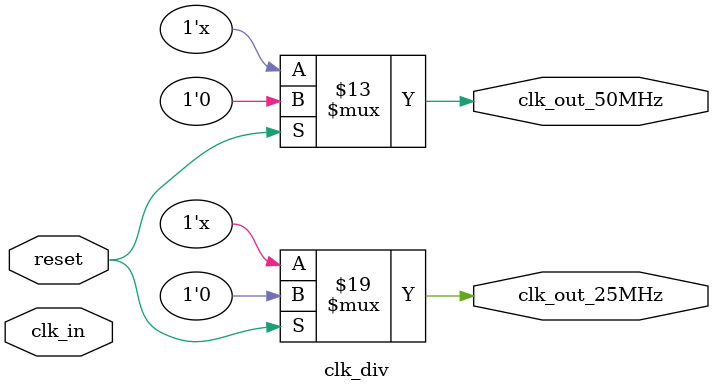
<source format=v>
/*
 * Copyright (c) 2024 Tiny Tapeout LTD
 * SPDX-License-Identifier: Apache-2.0
 * Authors: James Ashie Kotey, Bowen Shi, Anubhav Avinash, Kwashie Andoh,
 * Abdulatif Babli, K Arjunav, Cameron Brizland
 * Adapted from Logo.v by Uri Shaked
 */

// top module
//TT Pinout (standard for TT projects - can't change this)


module tt_um_tiny_tapestation (

    input  wire [7:0] ui_in,    // Dedicated inputs
    output wire [7:0] uo_out,   // Dedicated outputs
    input  wire [7:0] uio_in,   // IOs: Input path
    output wire [7:0] uio_out,  // IOs: Output path
    output wire [7:0] uio_oe,   // IOs: Enable path (active high: 0=input, 1=output)
    // input  wire       ena,      // always 1 when the design is powered, so can ignore it
    input  wire       clk,      // clock (100MHz FPGA in)
    input  wire       rst_n     // reset_n - low to reset
);

    //clock signals
    wire system_clk_50MHz; // 50Mhz
    wire pixel_clk_25MHz;  // 25Mhz

    //display signals
    wire hsync;
    wire vsync;
    reg [1:0] R;
    reg [1:0] G;
    reg [1:0] B;
    wire video_active;
    wire [9:0] pix_x;
    wire [9:0] pix_y;

    //timing signals
    wire pixel_value;
    wire frame_end;

    // Interface signals between input modules
    wire data_line;
    wire nes_latch;
    wire nes_clk;

    // Output signals from nesReciver
    wire A_out;
    wire B_out;
    wire select_out;
    wire start_out;
    wire up_out;
    wire down_out;
    wire left_out;
    wire right_out;

    // TODO - input = ui_in, output = nes Reciver
    GamepadEmulator nesPad (
        .clk(system_clk_50MHz), // System clock
        .reset(~rst_n), // Reset signal
        .a_button(ui_in[0]), // A button
        .b_button(ui_in[1]), // B button
        .select_button(ui_in[2]), // Select button
        .start_button(ui_in[3]), // Start button
        .up_button(ui_in[4]), // Up button
        .down_button(ui_in[5]), // Down button
        .left_button(ui_in[6]), // Left button
        .right_button(ui_in[7]), // Right button
        .data(data_line)
    );

    // TODO - setup the system and pass through to the input controller - input nes clk??
    InputReceiver nesReciver (
        .clk(system_clk_50MHz),
        .reset(~rst_n),
        .data(data_line),
        .latch(nes_latch),
        .nes_clk(nes_clk),
        .A(A_out),
        .B(B_out),
        .select(select_out),
        .start(start_out),
        .up(up_out),
        .down(down_out),
        .left(left_out),
        .right(right_out)
    );

    // input signals
    wire [4:0] input_data; // register to hold the 5 possible player actions

    // TODO - set this up
    InputBuffer ic(
        .reset(frame_end),
        .up(up_out),          // change this
        .down(down_out),
        .left(left_out),
        .right(right_out),
        .attack(A_out),
        .control_state(input_data)
    );

    //player logic
    wire [7:0] player_pos;   // player position xxxx_yyyy
    // orientation and direction: 00 - up, 01 - right, 10 - down, 11 - left
    wire [1:0] player_orientation;   // player orientation
    wire [1:0] player_direction;   // player direction
    wire [3:0] player_sprite;

    wire [7:0] sword_position; // sword position xxxx_yyyy
    wire [3:0] sword_visible;
    wire [1:0] sword_orientation;   // sword orientation

    PlayerLogic playerLogic(
        .clk(pixel_clk_25MHz),
        .reset(~rst_n),
        .input_data(input_data),
        .frame_end(frame_end),
        .player_pos(player_pos),
        .player_orientation(player_orientation),
        .player_direction(player_direction),
        .player_sprite(player_sprite),

        .sword_position(sword_position),
        .sword_visible(sword_visible),
        .sword_orientation(sword_orientation)
    );

    // Frame Control Unit
    wire [9:0]   Dragon_1 ;
    wire [9:0]   Dragon_2 ;
    wire [9:0]   Dragon_3 ;
    wire [9:0]   Dragon_4 ;
    wire [9:0]   Dragon_5 ;
    wire [9:0]   Dragon_6 ;
    wire [9:0]   Dragon_7 ;

    wire [6:0] Display_en;

    PictureProcessingUnit ppu (

        .clk_in                  (pixel_clk_25MHz),
        .reset                   (~rst_n),
        .entity_1                ({player_sprite, player_orientation , player_pos}),   //player
        .entity_2                ({sword_visible, sword_orientation, sword_position}), //sword
        .entity_3                (14'b1111_11_0101_0000), // entity input form: ([13:10] entity ID, [9:8] Orientation, [7:0] Location(tile)).
        .entity_4                (14'b1111_11_0110_0000),
        .entity_5                (14'b1111_11_0110_0000),
        .entity_6                (14'b1111_11_1111_1111),
        .entity_7_Array          (18'b1111_01_1010_0000_0111),
        .entity_8_Flip           (14'b1111_11_1111_1111),
        .dragon_1({~Display_en[0],4'b0110,Dragon_1}), 
        .dragon_2({~Display_en[1],4'b0100,Dragon_2}),  //Dragon Body entity slot structure: ([15] Enable, [13:10] entity ID, [9:8] Orientation, [7:0] Location(tile)).
        .dragon_3({~Display_en[2],4'b0100,Dragon_3}),  //Set the entity ID to 4'hf for unused channels.
        .dragon_4({~Display_en[3],4'b0100,Dragon_4}),
        .dragon_5({~Display_en[4],4'b0100,Dragon_5}),
        .dragon_6({~Display_en[5],4'b0100,Dragon_6}),
        .dragon_7({~Display_en[6],4'b0100,Dragon_7}),
        .counter_V               (pix_y),
        .counter_H               (pix_x),

        .colour                  (pixel_value)
    );

    // CLKWIZ for dividing

    // 100MHZ -> 25MHz 
    // 100MHz -> 50MHz


    Clk_Div clk_div // defined in Vivado - ignore error.
    (
     .clk_in1(clk),      // input clk_in1
     .reset(~rst_n),           // input reset
     .pixel_clk_25MHz(pixel_clk_25MHz),     // output pixel_clk_25MHz
     .system_clk_50MHz(system_clk_50MHz)     // output system_clk_50MHz
    );


    // synchronisation unit

    SyncGenerator syncGen (
        .clk(pixel_clk_25MHz),
        .reset(~rst_n),
        .hsync(hsync),
        .vsync(vsync),
        .display_on(video_active),
        .screen_hpos(pix_x),
        .screen_vpos(pix_y),
        .frame_end(frame_end)
    );

    //dragon logic 
    wire [1:0] dragon_direction;
    wire [7:0] dragon_position;
    wire [5:0] movement_delay_counter;

    DragonHead dragonHead( 
        .clk(pixel_clk_25MHz),
        .reset(~rst_n),
        .player_pos(player_pos),
    
        .vsync(vsync),

        .dragon_direction(dragon_direction),
        .dragon_pos(dragon_position),
        .movement_counter(movement_delay_counter)// Counter for delaying dragon's movement otherwise sticks to player
    );


    DragonBody dragonBody(
        .clk(pixel_clk_25MHz),
        .reset(~rst_n),
        .States(2'b01),
        .OrienAndPositon({dragon_direction,dragon_position}),
        .movement_counter(movement_delay_counter),
        .vsync(vsync),

        .Dragon_1(Dragon_1),
        .Dragon_2(Dragon_2),
        .Dragon_3(Dragon_3),
        .Dragon_4(Dragon_4),
        .Dragon_5(Dragon_5),
        .Dragon_6(Dragon_6),
        .Dragon_7(Dragon_7),

        .Display_en(Display_en)
    );

    // display logic
    always @(posedge pixel_clk_25MHz) begin
        if (~rst_n) begin
        R <= 0;
        G <= 0;
        B <= 0;
        end else begin

        if (video_active) begin // display output color from Frame controller unit

            if (player_direction == 0) begin // up

                R <= pixel_value ? 2'b11 : 2'b11;
                G <= pixel_value ? 2'b11 : 0;
                B <= pixel_value ? 2'b11 : 0;

            end

            if (player_direction == 1) begin // right

                R <= pixel_value ? 2'b11 : 0;
                G <= pixel_value ? 2'b11 : 2'b11;
                B <= pixel_value ? 2'b11 : 0;

            end

            if (player_direction == 2) begin // down

                R <= pixel_value ? 2'b11 : 0;
                G <= pixel_value ? 2'b11 : 0;
                B <= pixel_value ? 2'b11 : 2'b11;

            end

            if (player_direction == 3) begin // left

                R <= pixel_value ? 2'b11 : 2'b11;
                G <= pixel_value ? 2'b11 : 0;
                B <= pixel_value ? 2'b11 : 2'b11;

            end

        end else begin
            R <= 0;
            G <= 0;
            B <= 0;
        end
        end
    end

    assign uo_out  = {hsync, B[0], G[0], R[0], vsync, B[1], G[1], R[1]};

    assign uio_out = 0;
    assign uio_oe  = 0;
    //wire _unused_ok = &{ena, uio_in}; 

endmodule

// ------------------------------------

// Module: Picture Processing Unit 

// Description: this module takkes in entity information from the game logic and uses it to display sprites on screen with selected locations, and orientations
/* it can easily be adapted to provide more slots to store more entities or to repeat or flip tiles using the array or flipped slots.

    It works as a 7-stage partial pipeline
        Stage 1 - Tile Calculation
        Stage 2 - Tile Lookahead
        Stage 3 - Loading Entity Data from Slots
        Stage 4 - Sprite Detection
        Stage 5 - Sending Sprite Data to ROM
        Stage 6 - Reading From ROM
        Stage 7 - Outputting pixel value from output buffer

*/

// General Entity format
// [13:10] entity ID, 
// [9:8] Orientation, 
// [7:0] Location(tile)

// Array Entity Format
// [17:4] Same As before
// [3:0] number of tiles

module PictureProcessingUnit(
    input clk_in,  
    input reset,    
    input wire [13:0] entity_1,  //entity input form: ([13:10] entity ID, [9:8] Orientation, [7:0] Location(tile)).
    input wire [13:0] entity_2,  //Simultaneously supports up to 9 objects in the scene.
    input wire [13:0] entity_3,  //Set the entity ID to 4'hf for unused channels.
    input wire [13:0] entity_4,
    input wire [13:0] entity_5,
    input wire [13:0] entity_6,
    input wire [17:0] entity_7_Array, //Array function disable
    input wire [13:0] entity_8_Flip,
    // input wire [13:0] entity_9_Flip,

    input wire [14:0] dragon_1,
    input wire [14:0] dragon_2,
    input wire [14:0] dragon_3,
    input wire [14:0] dragon_4,
    input wire [14:0] dragon_5,
    input wire [14:0] dragon_6,
    input wire [14:0] dragon_7,

    input wire [9:0] counter_V,
    input wire [9:0] counter_H,

    output reg colour // 0-black 1-white
    );

    wire clk = clk_in; // needs to be 25MHz!!!

    //internal Special Purpose Registers/Flags
    reg [3:0]  entity_Counter;     // like a Prorgram Counter but for entities instead of instructions
    reg [17:0] general_Entity;     // entity data register - like an MDR
    
    reg [1:0]  flip_Or_Array_Flag; // like an opcode to specify how to read the ROM and check the range
    // 2'b11: Disable(internal). 2'b10:Array; 2'b01:Flip; 2'b00: Default

    // Pixel Counters (Previous)
    reg [9:0] previous_horizontal_pixel;
    reg [9:0] previous_vertical_pixel;
    // Upscaling Counters
    reg [2:0] upscale_Counter_H;
    reg [2:0] upscale_Counter_V;
    // Sprite Idexing Counters
    reg [2:0] row_Counter;
    reg [2:0] column_Counter;
    // Tile counters are for the tiles that are currently being drawn by the VGA controller
    reg [3:0] horizontal_Tile_Counter;
    reg [3:0] vertical_Tile_Counter;
    // the Local counters are for tiles that are currently being processed (1 tile ahead of the current tile)
    reg [3:0] local_Counter_H;
    reg [3:0] local_Counter_V;
    
    // Stage 1 - Updating the current tile, row and column counterscounters using the current pixel position (Pre-Fetch)
    always@(posedge clk) begin 
        
        if(!reset)begin
            
            previous_horizontal_pixel <= counter_H; // record previous x-pixel

            if (previous_horizontal_pixel != counter_H ) begin

                if(upscale_Counter_H != 4)begin
                    upscale_Counter_H <= upscale_Counter_H + 1;
                end else begin
                    upscale_Counter_H <= 0;
                    column_Counter <= column_Counter + 1;
                end 
                                
                if (counter_H >= 40) begin
                    if(column_Counter == 3'b111 && upscale_Counter_H == 4)begin
                        horizontal_Tile_Counter <= horizontal_Tile_Counter + 1; // increment horizontal tile 
                    end else begin
                        horizontal_Tile_Counter <= horizontal_Tile_Counter;
                    end
                    end else begin
                        horizontal_Tile_Counter <= 0;
                    end

            end else begin
                horizontal_Tile_Counter <= horizontal_Tile_Counter;
                upscale_Counter_H <= upscale_Counter_H;
                column_Counter <= column_Counter;
            end

            previous_vertical_pixel <= counter_V;  // record previous y-pixel

            if (previous_vertical_pixel != counter_V ) begin    // if pixel counter has incremented
                if(upscale_Counter_V != 4) begin                // Upscale every pixel 5x
                    upscale_Counter_V <= upscale_Counter_V + 1;
                end else begin
                    upscale_Counter_V <= 0;
                    row_Counter <= row_Counter + 1;
                end

            if (counter_V >= 40) begin // increment the horizontal pixel after 8 upscaled pixels have been drawn in the vertical direction.
                if(row_Counter == 3'b111 && upscale_Counter_V == 4 && vertical_Tile_Counter != 4'd11)begin // row 0-11
                    vertical_Tile_Counter <= vertical_Tile_Counter + 1; // increment vertical tile 
                end else if(row_Counter == 3'b111 && upscale_Counter_V == 4 && vertical_Tile_Counter == 4'd11) begin // final row of tiles
                    vertical_Tile_Counter <= 0;
                end else begin
                    vertical_Tile_Counter <= vertical_Tile_Counter;
                end 
                end else begin
                     vertical_Tile_Counter <= 0;
                end
            end else begin // if the row counter hasn't updated
                    vertical_Tile_Counter <= vertical_Tile_Counter;
                    upscale_Counter_V <= upscale_Counter_V;
                    row_Counter <= row_Counter;
            end

        end else begin // reset all counters on reset

            previous_horizontal_pixel <= 0;
            column_Counter <= 0; 
            upscale_Counter_H <= 0;
            horizontal_Tile_Counter <= 4'b0000;

            previous_vertical_pixel <= 0;
            row_Counter <= 0;
            upscale_Counter_V <= 0;
            vertical_Tile_Counter <= 4'b0000;
        end

    end

    // Stage 2 - Setting the Local tile, to the tile ahead of the tile currently being drawn
    always@(posedge clk) begin  
        
        if (!reset) begin
            
            local_Counter_H <= horizontal_Tile_Counter + 1;       // works as the width of the screen is 16 tiles - uses the overflow of 4-bit counrter as the reset.

            if(row_Counter == 3'b111 && upscale_Counter_H == 4 && horizontal_Tile_Counter == 15 && column_Counter == 7 && upscale_Counter_H == 4) begin // if at the end of a row
                if(vertical_Tile_Counter != 4'b1011) begin        // if not on final tile in the column
                    local_Counter_V <= vertical_Tile_Counter + 1; // increment the vertical tile counter
                end else begin
                    local_Counter_V <= 0;                         // wrap round back to the top of the screen 
                end
            end else begin
                local_Counter_V <= vertical_Tile_Counter;
            end
        end 

        else begin 
            local_Counter_H <= 0;
            local_Counter_V <= 0;
        end

    end

    // Detecting if a new tile has been reached - to reset entity counter
    wire [3:0] next_tile = (horizontal_Tile_Counter + 1);
    wire [3:0] current_tile = (local_Counter_H);
    wire new_tile = next_tile != current_tile;

    // Stage 3 - Cycling through the entity slots - loading the data into the general entity register (Fetch)
    always@(posedge clk) begin 
        
        if (!reset) begin
            case (entity_Counter)
                4'd0: begin 
                    general_Entity <= {entity_8_Flip,4'b0000}; 
                    flip_Or_Array_Flag <= 2'b01;
                    end
                4'd1:begin
                    general_Entity <= entity_7_Array;
                    flip_Or_Array_Flag <= 2'b10;
                end   
                4'd2:begin
                    general_Entity <= {entity_6,4'b0000};
                    flip_Or_Array_Flag <= 2'b00;
                end
                4'd3:begin 
                    general_Entity <= {entity_5,4'b0000};
                    flip_Or_Array_Flag <= 2'b00;
                end
                4'd4:begin 
                    general_Entity <= {entity_4,4'b0000};
                    flip_Or_Array_Flag <= 2'b00;
                end
                4'd5:begin 
                    general_Entity <= {entity_3,4'b0000};
                    flip_Or_Array_Flag <= 2'b00;
                end
                4'd6:begin 
                    general_Entity <= {entity_2,4'b0000};
                    flip_Or_Array_Flag <= 2'b00;
                end
                4'd7:begin 
                    general_Entity <= {entity_1,4'b0000};
                    flip_Or_Array_Flag <= 2'b00;
                end
                4'd8: begin
                    general_Entity <= {dragon_1[13:0],4'b0000};
                    flip_Or_Array_Flag <= {dragon_1[14],dragon_1[14]};
                end
                4'd9: begin
                    general_Entity <= {dragon_2[13:0],4'b0000};
                    flip_Or_Array_Flag <= {dragon_2[14],dragon_2[14]};
                end
                4'd10: begin
                    general_Entity <= {dragon_3[13:0],4'b0000};
                    flip_Or_Array_Flag <= {dragon_3[14],dragon_3[14]};
                end
                4'd11: begin
                    general_Entity <= {dragon_4[13:0],4'b0000};
                    flip_Or_Array_Flag <= {dragon_4[14],dragon_4[14]};
                end
                4'd12: begin
                    general_Entity <= {dragon_5[13:0],4'b0000};
                    flip_Or_Array_Flag <= {dragon_5[14],dragon_5[14]};
                end
                4'd13: begin
                    general_Entity <= {dragon_6[13:0],4'b0000};
                    flip_Or_Array_Flag <= {dragon_6[14],dragon_6[14]};
                end
                4'd14: begin
                    general_Entity <= {dragon_7[13:0],4'b0000};
                    flip_Or_Array_Flag <= {dragon_7[14],dragon_7[14]};
                end

                default: begin
                    general_Entity <= 18'b111111000000000000;
                    flip_Or_Array_Flag <= 2'b11;
                end

            endcase

            // cycle through all of the entity slots - new slot each clk
            if (entity_Counter != 14 && entity_Counter != 4'd15) begin
                entity_Counter <= entity_Counter + 1;
            end else if (new_tile) begin // reset the EC every time a new tile is reached
                entity_Counter <=0;
            end else begin // Entity counter IDLE
                entity_Counter <= 4'd15;
            end

        end else begin // reset flags and registers
            flip_Or_Array_Flag <= 2'b11;
            entity_Counter <= 4'b0000;
            general_Entity <=18'b111111000000000000;
        end 
   
    end

    // Stage 4 - Checking whether the Entity in the general entity register should be displayed in the Local tile (Detect)
    wire inRange;   
    assign inRange = ((((local_Counter_H - general_Entity[11:8])) == 0) && (((local_Counter_V - general_Entity[7:4])) == 0));
    //These registers are used to address the ROM.
    reg [8:0] detector;    // Data Format: [8:6] Row number, [5:2] Entity ID, [1:0] Orientation  
    reg [8:0] out_entity;  
    
    // Stage 5 - Send entity data to the ROM depending on the contents of the processed tile and slot type. 
    always @(posedge clk) begin 

        if (!reset) begin
            // depending on the slot type, send the appropriate row to the Sprite ROM

            if (!(column_Counter == 7 && upscale_Counter_H == 3))begin

                out_entity <= out_entity;
                
                if ((inRange && (general_Entity[17:14] != 4'b1111)) && (flip_Or_Array_Flag != 2'b11)) begin

                    if (flip_Or_Array_Flag == 2'b01) begin
                        detector <= {~(row_Counter), general_Entity[17:12]};
                    end else begin
                        detector <= {(row_Counter), general_Entity[17:12]};
                    end

                end else begin
                    detector <= detector;
                end

            end else begin
                out_entity <= detector;
                detector <= 9'b111111111;  
            end

        end else begin
            detector <= 9'b111111111;
            out_entity <= 9'b111111111;
        end
    
    end

    //Stage 6 - Read From ROM (Execute)
    SpriteROM Rom( 
        .clk(clk),
        .reset(reset),
        .orientation(out_entity[1:0]),
        .sprite_ID(out_entity[5:2]),
        .line_index(out_entity[8:6]),
        .data(buffer)
    );

    wire [7:0] buffer; // ROM output buffer 
    
    // Stage 7 - Send the appropriate pixel value to the VGA output unit. (Write-Back)
    always@(posedge clk)begin 
       
        if(!reset)begin
            colour <= buffer[column_Counter];
        end else begin
            colour <= 1'b1;
        end
        
    end

endmodule

// --------------------------------------

/* module: SpriteROM 

description: 
The Sprite ROM stores all of the graphicval information in the game using a bitmap.
it outputs an 1 * 8 cross-sectional slice of the currently displayed sprite that needs to be displayed on the current tile.
Depending on the oriAentation bits it will return a different, slice, rotating or flipping the image as appropriate.

Sprite List:

    0: Heart
    1: Sword
    2: Gnome_Idle_1
    3: Gnome_Idle_2
    4: Dragon_Wing_Up
    5: Dragon_Wing_Down
    6: Dragon_Head
    7: Sheep_Idle_1
    8: Sheep_Idle_2


Orientation Selection:

    The ROM Can be read from in four differernt ways in order to output the imagine in a different orientations.

    UP    = 0  - No change
    RIGHT = 1  - Rotated 90 Degrees clockwise around the centre.
    DOWN  = 2  - Reflected 180 Degrees.
    LEFT  = 3  - Rotated 90 Degrees clockwise around the centre, then reflected on the line x = 0
    

Sprite Storage:

    The sprite is stored using an active low binary bitmap.
    0 = Pixel_ON
    1 = Pixel_OFF

*/


module SpriteROM (
    
    input            clk,
    input            reset,
    // input wire       read_enable,
    input [1:0] orientation,
    input [3:0] sprite_ID,
    input [2:0] line_index,
    
    output reg [7:0] data
);

    localparam UP     = 2'b00;
    localparam RIGHT  = 2'b01;
    localparam DOWN   = 2'b10;
    localparam LEFT   = 2'b11;

    // assign read_enable = 1'b1;

    reg [7:0] romData [71:0];   

    initial begin
        romData[0] = 8'b11111111; // 0000 Heart 
        romData[1] = 8'b10011001;
        romData[2] = 8'b00000000;
        romData[3] = 8'b00100000;
        romData[4] = 8'b00010000;
        romData[5] = 8'b10000001;
        romData[6] = 8'b11000011;
        romData[7] = 8'b11100111;

        romData[8]  = 8'b11101111; // 0001 Sword 0001
        romData[9]  = 8'b11101111;
        romData[10] = 8'b11101111;
        romData[11] = 8'b11101111;
        romData[12] = 8'b11101111;
        romData[13] = 8'b11101111;
        romData[14] = 8'b11000111;
        romData[15] = 8'b11101111;

        romData[16] = 8'b11111111; // 0010 Gnome (Stand)
        romData[17] = 8'b11000011;
        romData[18] = 8'b10110000;
        romData[19] = 8'b00000011;
        romData[20] = 8'b00110001;
        romData[21] = 8'b00000000;
        romData[22] = 8'b01000001;
        romData[23] = 8'b11111111;

        romData[24] = 8'b11111011; // 0011 Gnome (Crouch)
        romData[25] = 8'b11100011;
        romData[26] = 8'b11001000;
        romData[27] = 8'b11000011;
        romData[28] = 8'b10001001;
        romData[29] = 8'b10000000;
        romData[30] = 8'b10010001;
        romData[31] = 8'b11111111;

        romData[32] = 8'b11000011; // 0100 Dragon Body (Wing up)
        romData[33] = 8'b11100001;
        romData[34] = 8'b10000011;
        romData[35] = 8'b10000001;
        romData[36] = 8'b00000001;
        romData[37] = 8'b01000000;
        romData[38] = 8'b11100001;
        romData[39] = 8'b11000001;

        romData[40] = 8'b11000011; // 0101 Dragon Body (Wing Down)
        romData[41] = 8'b11100001;
        romData[42] = 8'b11000011;
        romData[43] = 8'b10000001;
        romData[44] = 8'b10000000;
        romData[45] = 8'b10000000;
        romData[46] = 8'b10000001;
        romData[47] = 8'b11000001;

        romData[48] = 8'b11000111; // 0110  Dragon Head
        romData[49] = 8'b11000011;
        romData[50] = 8'b11000011;
        romData[51] = 8'b10010001;
        romData[52] = 8'b10110001;
        romData[53] = 8'b10100001;
        romData[54] = 8'b01000011;
        romData[55] = 8'b11000111;

        romData[56] = 8'b11001111; // 0111 sheep 1
        romData[57] = 8'b10000011;
        romData[58] = 8'b10011000;
        romData[59] = 8'b01111011;
        romData[60] = 8'b01111011;
        romData[61] = 8'b01111000;
        romData[62] = 8'b10111011;
        romData[63] = 8'b11000111;

        romData[64] = 8'b11100111; // 1000 sheep -2 
        romData[65] = 8'b11000001;
        romData[66] = 8'b11001100;
        romData[67] = 8'b10111101;
        romData[68] = 8'b10111101;
        romData[69] = 8'b10111100;
        romData[70] = 8'b11011101;
        romData[71] = 8'b11100011;
        // empty tile = 1111;
    end

    always @(posedge clk) begin // impliment the 4 orientations
            
            if(!reset) begin
                
                if (sprite_ID != 4'b1111)begin

                    if (orientation == UP) begin                              // Normal Operation
                        data[0] <= romData[{sprite_ID,line_index}][7];
                        data[1] <= romData[{sprite_ID,line_index}][6];
                        data[2] <= romData[{sprite_ID,line_index}][5];
                        data[3] <= romData[{sprite_ID,line_index}][4];
                        data[4] <= romData[{sprite_ID,line_index}][3];
                        data[5] <= romData[{sprite_ID,line_index}][2];
                        data[6] <= romData[{sprite_ID,line_index}][1];
                        data[7] <= romData[{sprite_ID,line_index}][0];
                        // data <= romData(sprite_ID,line_index, 1'b0 );
                    end 

                    else if (orientation == RIGHT) begin                        // (Rotate 90 degrees clockwise around the center point)   
                        data[0] <= romData[{sprite_ID,3'b111}][~line_index];    // romdata[bottom to top][left to right]
                        data[1] <= romData[{sprite_ID,3'b110}][~line_index];
                        data[2] <= romData[{sprite_ID,3'b101}][~line_index];
                        data[3] <= romData[{sprite_ID,3'b100}][~line_index];
                        data[4] <= romData[{sprite_ID,3'b011}][~line_index];
                        data[5] <= romData[{sprite_ID,3'b010}][~line_index];
                        data[6] <= romData[{sprite_ID,3'b001}][~line_index];
                        data[7] <= romData[{sprite_ID,3'b000}][~line_index];
                    end

                    else if(orientation == DOWN) begin                           // Top row to bottom row (Reflection on the line y = 0)
                        data <= romData[{sprite_ID,~line_index}];
                    end

                    else if (orientation == LEFT) begin                         //  (Rotate 90 degrees clockwise around the center point and reflect on the line x = 0)
                        data[0] <= romData[{sprite_ID,3'b000}][~line_index];    //  romdata[top to bottom][left to right]
                        data[1] <= romData[{sprite_ID,3'b001}][~line_index];
                        data[2] <= romData[{sprite_ID,3'b010}][~line_index];
                        data[3] <= romData[{sprite_ID,3'b011}][~line_index];
                        data[4] <= romData[{sprite_ID,3'b100}][~line_index];
                        data[5] <= romData[{sprite_ID,3'b101}][~line_index];
                        data[6] <= romData[{sprite_ID,3'b110}][~line_index];
                        data[7] <= romData[{sprite_ID,3'b111}][~line_index];

                    end else begin
                        data <= 8'b11111111;
                    end

                end else begin
                    data <= 8'b11111111;
                end

            end else begin
                data <= 8'b11111111;
            end

        end

    endmodule

// --------------------------------------

// Module - VGA Ouput Module 
// Generates Sync Pulses for VGA Monitor as well as pixel coordinates for the graphics controller
// Author: Uri Shaked

module SyncGenerator (  

    input              clk,
    input              reset,
    output reg         hsync,
    output reg         vsync,
    output wire        display_on,
    output wire [9:0]  screen_hpos,
    output wire [9:0]  screen_vpos,
    output wire        frame_end,
    output wire        input_enable
); 
    reg [9:0] hpos = 0;
    reg [9:0] vpos = 0;
    // declarations for TV-simulator sync parameters

    // horizontal constants

    parameter H_DISPLAY = 640;  // horizontal display width
    parameter H_BACK = 48;  // horizontal left border (back porch)
    parameter H_FRONT = 16;  // horizontal right border (front porch)
    parameter H_SYNC = 96;  // horizontal sync width

    // vertical constants

    parameter V_DISPLAY = 480;  // vertical display height
    parameter V_TOP = 33;  // vertical top border
    parameter V_BOTTOM = 10;  // vertical bottom border
    parameter V_SYNC = 2;  // vertical sync # lines

    // derived constants

    parameter H_SYNC_START = H_DISPLAY + H_FRONT;
    parameter H_SYNC_END = H_DISPLAY + H_FRONT + H_SYNC - 1;
    parameter H_MAX = H_DISPLAY + H_BACK + H_FRONT + H_SYNC - 1;
    parameter V_SYNC_START = V_DISPLAY + V_BOTTOM;
    parameter V_SYNC_END = V_DISPLAY + V_BOTTOM + V_SYNC - 1;
    parameter V_MAX = V_DISPLAY + V_TOP + V_BOTTOM + V_SYNC - 1;

    wire hmaxxed = (hpos == H_MAX) || reset;  // set when hpos is maximum
    wire vmaxxed = (vpos == V_MAX) || reset;  // set when vpos is maximum
    
    wire hblanked = (hpos == H_DISPLAY);
    wire vblanked = (vpos == V_DISPLAY);

    assign screen_hpos = (hpos < H_DISPLAY)? hpos : 0; 
    assign screen_vpos = (vpos < V_DISPLAY)? vpos : 0;

    // horizontal position counter

    always @(posedge clk) begin
        hsync <= (hpos >= H_SYNC_START && hpos <= H_SYNC_END);
        if (hmaxxed) begin
        hpos <= 0;
        end else begin
        hpos <= hpos + 1;
        end
    end

    // vertical position counter

    always @(posedge clk) begin
        vsync <= (vpos >= V_SYNC_START && vpos <= V_SYNC_END);
        if (hmaxxed)
        if (vmaxxed) begin
        vpos <= 0;
        end else begin
            vpos <= vpos + 1;
        end
    end

    // display_on is set when beam is in "safe" visible frame
    assign display_on = (hpos < H_DISPLAY) && (vpos < V_DISPLAY);
    assign frame_end = hblanked && vblanked;
    assign input_enable = (hblanked && vpos < V_DISPLAY);

endmodule


// --------------------------------------
// module: GamepadEmulator
// Description: This module simulates the NES controller by taking in button inputs from the VGA playground
// and outputting a serial data stream that can be read by the NES controller module.
// Inputs: ui_in[7:0] - Button inputs from VGA playground
// Outputs: data - Serial data output


module GamepadEmulator (
    input wire clk,           // System clock
    input wire reset,         // Reset signal
    input wire a_button,
    input wire b_button,
    input wire select_button,
    input wire start_button,
    input wire up_button,
    input wire down_button,
    input wire left_button,
    input wire right_button,
    input wire nes_latch,         // Latch signal
    input wire nes_clk,       // Clock signal for NES controller
    output reg data           // Serial data output
);
    reg [2:0] state;

    localparam A_STATE      = 3'd0;
    localparam B_STATE      = 3'd1;
    localparam SELECT_STATE = 3'd2;
    localparam START_STATE  = 3'd3;
    localparam UP_STATE     = 3'd4;
    localparam DOWN_STATE   = 3'd5;
    localparam LEFT_STATE   = 3'd6;
    localparam RIGHT_STATE  = 3'd7;

    always@(posedge clk) begin
        if(reset)begin
            data = 1;
            state <= A_STATE;
        end
    end

    always@(posedge nes_latch) begin
        state <= A_STATE;
    end

    always @(posedge nes_clk) begin
        if(!reset)begin
            case (state)
                A_STATE: begin
                    // data = ~a_button;
                    state <= B_STATE;
                end
                B_STATE: begin
                    // data = ~b_button;
                    state <= SELECT_STATE;
                end
                SELECT_STATE: begin
                    // data = ~select_button;
                    state <= START_STATE;
                end
                START_STATE: begin
                    // data = ~start_button;
                    state <= UP_STATE;
                end
                UP_STATE: begin
                    // data = ~up_button;
                    state <= DOWN_STATE;
                end
                DOWN_STATE: begin
                    // data = ~down_button;
                    state <= LEFT_STATE;
                end
                LEFT_STATE: begin
                    // data = ~left_button;
                    state <= RIGHT_STATE;
                end
                RIGHT_STATE: begin
                    state <= A_STATE;
                end
                default: begin
                    state <= A_STATE;
                end
            endcase
        end
    end


    always @(clk) begin
        case (state)
            A_STATE: data = ~a_button;
            B_STATE: data = ~b_button;
            SELECT_STATE: data = ~select_button;
            START_STATE: data = ~start_button;
            UP_STATE: data = ~up_button;
            DOWN_STATE: data = ~down_button;
            LEFT_STATE: data = ~left_button;
            RIGHT_STATE: data = ~right_button;
            default: data = 1;
        endcase
    end

endmodule


// -----------------------------------

/*
    Module: NES Input Reciever Module
    Adapted by Kwashie Andoh

    Summary: The NES input receiever module takes input from the NES 7-pin output port and 
    and inputs the individual button states.

    Description =========================================

*/

module InputReceiver (
    input wire clk,
    input wire reset,
    input wire data,   // input data from nes controller to FPGA
    output reg latch,
    output reg nes_clk,  // outputs from FPGA to nes controller
    output wire A,
    output wire B,
    output wire select,
    output wire start,
    output wire up,
    output wire down,
    output wire left,
    output wire right  // output states of nes controller buttons
);

    // FSM symbolic states
    localparam [3:0] latch_en = 4'h0;  // assert latch for 12 us
    localparam [3:0] read_A_wait = 4'h1;
    localparam [3:0] read_B = 4'h2;
    localparam [3:0] read_select  = 4'h3;
    localparam [3:0] read_start   = 4'h4;
    localparam [3:0] read_up      = 4'h5;
    localparam [3:0] read_down    = 4'h6;
    localparam [3:0] read_left    = 4'h7;
    localparam [3:0] read_right   = 4'h8;

    // register to count clock cycles to time latch assertion, nes_clk state, and FSM state transitions	 
    reg [10:0] count_reg, count_next;

    // FSM state register, and button state regs
    reg [3:0] state_reg, state_next;
    reg A_reg, B_reg, select_reg, start_reg, up_reg, down_reg, left_reg, right_reg;
    reg A_next, B_next, select_next, start_next, up_next, down_next, left_next, right_next;

    // infer all the registers
    always @(posedge clk)
    if (reset) begin
        count_reg  <= 0;
        state_reg  <= 0;
        A_reg      <= 0;
        B_reg      <= 0;
        select_reg <= 0;
        start_reg  <= 0;
        up_reg     <= 0;
        down_reg   <= 0;
        left_reg   <= 0;
        right_reg  <= 0;
        nes_clk    <= 0;
        latch      <= 0;
    end else begin
        count_reg  <= count_next;
        state_reg  <= state_next;
        A_reg      <= A_next;
        B_reg      <= B_next;
        select_reg <= select_next;
        start_reg  <= start_next;
        up_reg     <= up_next;
        down_reg   <= down_next;
        left_reg   <= left_next;
        right_reg  <= right_next;
    end

    // FSM next-state logic and data path
    always @(posedge clk) begin
        // defaults
        count_next  = count_reg;
        A_next      = A_reg;
        B_next      = B_reg;
        select_next = select_reg;
        start_next  = start_reg;
        up_next     = up_reg;
        down_next   = down_reg;
        left_next   = left_reg;
        right_next  = right_reg;
        state_next  = state_reg;

        case (state_reg)

            latch_en: begin
            // assert latch pin
            latch = 1;

            nes_clk = 0;  // nes_clk state

            // count 12 us
            if (count_reg < 600) count_next = count_reg + 1;

            // once 12 us passed
            else if (count_reg == 600) begin
                latch = 0;  // deassert latch pin
                count_next = 0;  // reset latch_count
                state_next = read_A_wait;  // go to read_A_wait state
            end
            end

            read_A_wait: begin
                if (count_reg == 0) A_next = data;  // read A

                nes_clk = 0;  // nes_clk state

                if (count_reg < 300)  // count clk cycles for 6 us
                    count_next = count_reg + 1;

                // once 6 us passed
                else if (count_reg == 300) begin
                    count_next = 0;  // reset latch_count
                    state_next = read_B;  // go to read_B state
                end
            end

            read_B: begin
                // count clk cycles for 12 us
                if (count_reg < 600) count_next = count_reg + 1;

                // nes_clk state
                if (count_reg <= 300) nes_clk = 1;
                else if (count_reg > 300) nes_clk = 0;

                // read B
                if (count_reg == 300) B_next = data;

                // state over
                if (count_reg == 600) begin
                    count_next = 0;  // reset latch_count
                    state_next = read_select;  // go to read_select state
                end
            end

            read_select: begin
                // count clk cycles for 12 us
                if (count_reg < 600) count_next = count_reg + 1;

                // nes_clk state
                if (count_reg <= 300) nes_clk = 1;
                else if (count_reg > 300) nes_clk = 0;

                // read select
                if (count_reg == 300) select_next = data;

                // state over
                if (count_reg == 600) begin
                    count_next = 0;  // reset latch_count
                    state_next = read_start;  // go to read_start state
                end
            end

            read_start: begin
                // count clk cycles for 12 us
                if (count_reg < 600) count_next = count_reg + 1;

                // nes_clk state
                if (count_reg <= 300) nes_clk = 1;
                else if (count_reg > 300) nes_clk = 0;

                // read start
                if (count_reg == 300) start_next = data;

                // state over
                if (count_reg == 600) begin
                    count_next = 0;  // reset latch_count
                    state_next = read_up;  // go to read_up state
                end
            end

            read_up: begin
                // count clk cycles for 12 us
                if (count_reg < 600) count_next = count_reg + 1;

                // nes_clk state
                if (count_reg <= 300) nes_clk = 1;
                else if (count_reg > 300) nes_clk = 0;

                // read up
                if (count_reg == 300) up_next = data;

                // state over
                if (count_reg == 600) begin
                    count_next = 0;  // reset latch_count
                    state_next = read_down;  // go to read_down state
                end
            end

            read_down: begin
                // count clk cycles for 12 us
                if (count_reg < 600) count_next = count_reg + 1;

                // nes_clk state
                if (count_reg <= 300) nes_clk = 1;
                else if (count_reg > 300) nes_clk = 0;

                // read down
                if (count_reg == 300) down_next = data;

                // state over
                if (count_reg == 600) begin
                    count_next = 0;  // reset latch_count
                    state_next = read_left;  // go to read_left state
                end
            end

            read_left: begin
                // count clk cycles for 12 us
                if (count_reg < 600) count_next = count_reg + 1;

                // nes_clk state
                if (count_reg <= 300) nes_clk = 1;
                else if (count_reg > 300) nes_clk = 0;

                // read left
                if (count_reg == 300) left_next = data;

                // state over
                if (count_reg == 600) begin
                    count_next = 0;  // reset latch_count
                    state_next = read_right;  // go to read_right state
                end
            end

            read_right: begin
                // count clk cycles for 12 us
                if (count_reg < 600) count_next = count_reg + 1;

                // nes_clk state
                if (count_reg <= 300) nes_clk = 1;
                else if (count_reg > 300) nes_clk = 0;

                // read right
                if (count_reg == 300) right_next = data;

                // state over
                if (count_reg == 600) begin
                    count_next = 0;  // reset latch_count
                    state_next = latch_en;  // go to latch_en state
                end
            end

            default: state_next = latch_en;  // default state
        endcase
    end

    // assign outputs, *normally asserted when unpressed
    assign A      = ~A_reg;
    assign B      = ~B_reg;
    assign select = ~select_reg;
    assign start  = ~start_reg;
    assign up     = ~up_reg;
    assign down   = ~down_reg;
    assign left   = ~left_reg;
    assign right  = ~right_reg;

endmodule

// --------------------------------------

// Module: Input Buffer
// takes input signals from the NES reciver (GUI) and outputs 1 on each button state when a button has been released.

// Input Structure
// 0: UP
// 1: DOWN
// 2: LEFT
// 3: RIGHT
// 4: ACTION


module InputBuffer (

    input wire clk,
    input wire reset,
    input wire up,
    input wire down,
    input wire left,
    input wire right,
    input wire attack,
    output reg [4:0] control_state
);
    initial begin
        control_state = 0;
    end

    reg [4:0] previous_state  = 5'b0;
    reg [4:0] current_state   = 5'b0;
    reg [4:0] pressed_buttons = 5'b0 ;
    reg [1:0] ripple_counter = 0;


    always @(posedge clk) begin
        previous_state <= current_state;
        current_state <= {attack, right, left , down , up};
    end

    always @(posedge clk) begin

            pressed_buttons[0] <= (current_state[0] == 1 & previous_state[0] == 0) ? 1:0;
            pressed_buttons[1] <= (current_state[1] == 1 & previous_state[1] == 0) ? 1:0;
            pressed_buttons[2] <= (current_state[2] == 1 & previous_state[2] == 0) ? 1:0;
            pressed_buttons[3] <= (current_state[3] == 1 & previous_state[3] == 0) ? 1:0;
            pressed_buttons[4] <= (current_state[4] == 1 & previous_state[4] == 0) ? 1:0;

    end

    always @(posedge clk) begin

        if (!reset) begin
            control_state <= control_state | pressed_buttons;
        end

        else
            control_state <= 0;
    end

endmodule

module DragonBody(
    input clk,
    input reset,
    input vsync,
    input [1:0] States, // MUST be a PULSE
    input [9:0] OrienAndPositon, 
    input [5:0] movement_counter,

    output reg [9:0] Dragon_1, // Every 10 bit represent a body segment, Maximum of 8 segments, a queue
    output reg [9:0] Dragon_2,
    output reg [9:0] Dragon_3,
    output reg [9:0] Dragon_4,
    output reg [9:0] Dragon_5,
    output reg [9:0] Dragon_6,
    output reg [9:0] Dragon_7,

    output reg [6:0] Display_en
    );

localparam MOVE = 2'b00;
localparam HEAL = 2'b01;
localparam HIT = 2'b10;
localparam IDLE = 2'b11;
reg pre_vsync;

always @(posedge clk)begin
    if (~reset)begin
    pre_vsync <= vsync;
    if(pre_vsync != vsync && pre_vsync == 0)begin
        if(movement_counter == 6'd10)begin
            Dragon_1 <= OrienAndPositon;
            Dragon_2 <= Dragon_1;
            Dragon_3 <= Dragon_2;
            Dragon_4 <= Dragon_3;
            Dragon_5 <= Dragon_4;
            Dragon_6 <= Dragon_5;
            Dragon_7 <= Dragon_6;
        end
    end
    end else begin
        Dragon_1 <= 0;
        Dragon_2 <= 0;
        Dragon_3 <= 0;
        Dragon_4 <= 0;
        Dragon_5 <= 0;
        Dragon_6 <= 0;
        Dragon_7 <= 0;
    end
end

always @(posedge clk)begin
    if(~reset)begin
        case(States) 
            MOVE: begin
                Display_en <= Display_en;
            end
            HEAL: begin
                Display_en <= (Display_en << 1) | 1'b1;
            end
            HIT: begin
                Display_en <= Display_en >> 1;
            end
            IDLE: begin
                Display_en <= Display_en;
            end
        endcase
    end else begin
        Display_en <= 0;
    end
end

endmodule

module DragonHead ( 
    input clk,
    input reset,
    input [7:0] player_pos,
  
    input vsync,

    output reg [1:0] dragon_direction,
    output reg [7:0] dragon_pos,
    output reg [5:0] movement_counter// Counter for delaying dragon's movement otherwise sticks to player
);
   
reg [3:0] dragon_x;
reg [3:0] dragon_y;

reg [3:0] dx; //difference
reg [3:0] dy;
reg [3:0] sx; //figuring out direction in axis
reg [3:0] sy;
// reg [5:0] movement_counter = 0;  // Counter for delaying dragon's movement otherwise sticks to player

reg pre_vsync;

// Movement logic , uses bresenhams line algorithm
always @(posedge clk) begin
  if (~reset)begin
    pre_vsync <= vsync;
    if(pre_vsync != vsync && pre_vsync == 0)begin
        if (movement_counter < 6'd10) begin
            movement_counter <= movement_counter + 1;
        end else begin
            movement_counter <= 0;

            // Store the current position before updating , used later
            dragon_x <= dragon_pos[7:4];
            dragon_y <= dragon_pos[3:0];

            // Calculate the differences between dragon and player
            dx <= player_pos[7:4] - dragon_x;
            dy <= player_pos[3:0] - dragon_y ;
            sx <= (dragon_x < player_pos[7:4]) ? 1 : -1; // Direction in axis
            sy <= (dragon_y < player_pos[3:0]) ? 1 : -1; 

            // Move the dragon towards the player if it's not adjacent
            if (dx >= 1 || dy >= 1) begin
            // Update dragon position only if it actually moves , keeps flickering
                if (dx >= dy) begin //prioritize movement
                    dragon_x <= dragon_x + sx;
                    dragon_y <= dragon_y;
                end else begin
                    dragon_x <= dragon_x;
                    dragon_y <= dragon_y + sy;
                end

                if (dragon_x > dragon_pos[7:4])
                dragon_direction <= 2'b01;   // Move right
                else if (dragon_x < dragon_pos[7:4])
                dragon_direction <= 2'b11;   // Move left
                else if (dragon_y > dragon_pos[3:0])
                dragon_direction <= 2'b10;   // Move down
                else if (dragon_y < dragon_pos[3:0])
                dragon_direction <= 2'b00;   // Move up

                // Update the next location
                dragon_pos <= {dragon_x, dragon_y};

            end else begin
                // stop moving when the dragon is adjacent to the player 
                dragon_x <= dragon_x; 
                dragon_y <= dragon_y; 
            end
        end
    end
  end else begin
    dragon_x <= 0;
    dragon_y <= 0;
    movement_counter <= 0;
    dragon_pos <= 0;
    dx <= 0; //difference
    dy <= 0;
    sx <= 0; //figuring out direction in axis
    sy <= 0;
  end
end

endmodule

module PlayerLogic(
    input clk,
    input reset,
    input wire [4:0] input_data,
    input wire frame_end,

    output reg [7:0] player_pos,
    output reg [1:0] player_orientation,   // player orientation 
    output reg [1:0] player_direction,   // player direction
    output reg [3:0] player_sprite,

    output reg [7:0] sword_position, // sword position xxxx_yyyy
    output reg [3:0] sword_visible,
    output reg [1:0] sword_orientation   // sword orientation 
    
);

// State definitions
localparam IDLE_STATE   = 2'b00;  // Move when there is input from the controller
localparam ATTACK_STATE = 2'b01;  // Sword appears where the player is facing
localparam MOVE_STATE   = 2'b10;  // Wait for input and stay idle

reg [5:0] player_anim_counter;
reg [5:0] sword_duration; // how long the sword stays visible

// player state register
reg [1:0] current_state;
reg [1:0] next_state;

reg sword_duration_flag;
reg sword_duration_flag_local;


always @(negedge clk) begin //<<<<<IMPORTANT<<<<<< negedge is aviable in vga playground and FPGA. Probably some timing issue but not sure
    if(~reset)begin           

        if(frame_end)begin
                // Update state
            current_state <= next_state;

            sword_duration_flag_local <= sword_duration_flag; //�?曲�??八弯，用两个旗帜传递�?�?信�?�，�?��?�?Sword_duration和旗帜�?会多�?驱动
            if(sword_duration_flag != sword_duration_flag_local)begin
                sword_duration<=0;
            end else begin
                sword_duration <= sword_duration + 1;
            end

            // player_anim_counter <= player_anim_counter + 1;
            if (player_anim_counter == 20) begin
                player_anim_counter <= 0;
                player_sprite <= 4'b0011;
            end else if (player_anim_counter == 7) begin
                player_sprite <= 4'b0010;
                player_anim_counter <= player_anim_counter +1;
            end else begin
                player_anim_counter <= player_anim_counter +1;  
            end
        end
    end else begin
        current_state <= 0;
        sword_duration <= 0;
        player_anim_counter <= 0;
    end
end

always @(posedge clk) begin
    if(~reset)begin
        case (current_state)

            IDLE_STATE: begin
                sword_position <= 0;
                sword_visible <= 4'b1111;

                case (input_data[4]) 
                    1 : begin // attack
                        next_state <= ATTACK_STATE;
                        sword_duration_flag <= sword_duration_flag + 1;
                    end

                    0: begin // no attack

                    if (input_data[3:0] != 0 ) // directional buttons
                        next_state <= MOVE_STATE;  // Default case, stay in IDLE state
                    end

                    default: begin
                        next_state <= IDLE_STATE;  // Default case, stay in IDLE state
                    end

                endcase               
            end

            MOVE_STATE: begin
                // Move player based on direction inputs and update orientation
                if (input_data[0] == 1 && player_pos[3:0] > 4'b0001) begin   // Check boundary for up movement
                    player_pos <= player_pos - 1;  // Move up
                    player_direction <= 2'b00;
                end

                if (input_data[1] == 1 && player_pos[3:0] < 4'b1011) begin  // Check boundary for down movement
                    player_pos <= player_pos + 1;  // Move down
                    player_direction <= 2'b10;
                end 

                if (input_data[2] == 1 && player_pos[7:4] > 4'b0000) begin  // Check boundary for left movement
                    player_pos <= player_pos - 16;  // Move left
                    player_orientation <= 2'b11;
                    player_direction <= 2'b11;
                end

                if (input_data[3] == 1 && player_pos[7:4] < 4'b1111) begin  // Check boundary for right movement
                    player_pos <= player_pos + 16;  // Move right
                    player_orientation <= 2'b01;
                    player_direction <= 2'b01;
                end

                next_state <= IDLE_STATE;  // Return to IDLE after moving
                // player_anim_counter <= 0;
            end

            ATTACK_STATE: begin
                sword_visible <= 4'b0001;
                if (player_direction == 2'b00 ) begin // player facing up
                    sword_position <= player_pos - 1;
                    sword_orientation <= 2'b00;
                end if (player_direction == 2'b10 ) begin // player facing down
                    sword_position <= player_pos + 1;
                    sword_orientation <= 2'b10;
                end if (player_direction == 2'b11) begin // player facing left
                    sword_position <= player_pos - 16;
                    sword_orientation <= 2'b11;
                end if (player_direction == 2'b01) begin // player facing right
                    sword_position <= player_pos + 16;
                    sword_orientation <= 2'b01;
                end

                if (sword_duration == 10)
                    next_state <= IDLE_STATE;  // Return to IDLE after attacking
                    // player_anim_counter <= 0;
            end

            default: begin
                next_state <= IDLE_STATE;  // Default case, stay in IDLE state
            end
        endcase
    end else begin
    sword_duration_flag <= 0;
    next_state <= 0;
    player_orientation <= 2'b01;
    player_direction <= 2'b01;
    end
end

endmodule

module clk_div (

    input wire clk_in,
    input wire reset,

    output reg clk_out_25MHz,   
    output reg clk_out_50MHz  
    
);

    localparam DIV_CLK_0 = 4; //  25MHz
    localparam DIV_CLK_1 = 2; //  50MHz
    
    reg[2:0] counter_0;
    reg[2:0] counter_1;
    
    initial begin
        clk_out_25MHz = 0;
        clk_out_50MHz = 0;

        counter_0 = 0;
        counter_1 = 0;
    end

    always @(clk_in) begin
     
        if (reset) begin
            counter_0 <= 0;
            counter_1 <= 0;
            clk_out_25MHz <= 0;
            clk_out_50MHz <= 0;
        end

        else begin

            if (counter_0 == DIV_CLK_0) begin
                counter_0 <= 1;
                clk_out_25MHz <= ~clk_out_25MHz;
            end

            else begin
                counter_0 <= counter_0 + 1;
            end


            if (counter_1 == DIV_CLK_1) begin
                counter_1 <= 1;
                clk_out_50MHz <= ~clk_out_50MHz;
            end
        
            else begin
                counter_1 <= counter_1 + 1;
            end

        end

    end

endmodule


</source>
